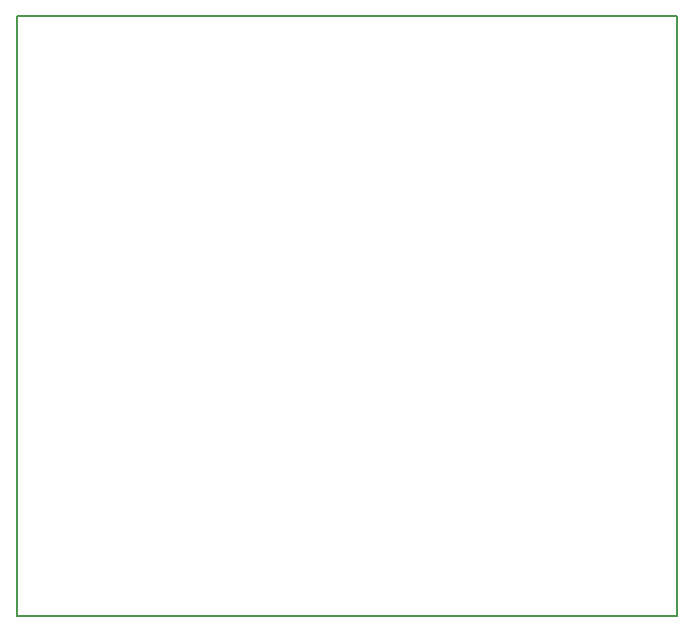
<source format=gko>
G04 #@! TF.GenerationSoftware,KiCad,Pcbnew,5.0.2+dfsg1-1*
G04 #@! TF.CreationDate,2019-07-29T21:32:42+02:00*
G04 #@! TF.ProjectId,Stack-Pointer,53746163-6b2d-4506-9f69-6e7465722e6b,rev?*
G04 #@! TF.SameCoordinates,Original*
G04 #@! TF.FileFunction,Profile,NP*
%FSLAX46Y46*%
G04 Gerber Fmt 4.6, Leading zero omitted, Abs format (unit mm)*
G04 Created by KiCad (PCBNEW 5.0.2+dfsg1-1) date ma 29 jul 2019 21:32:42 CEST*
%MOMM*%
%LPD*%
G01*
G04 APERTURE LIST*
%ADD10C,0.150000*%
G04 APERTURE END LIST*
D10*
X48260000Y-22225000D02*
X48260000Y-73025000D01*
X104140000Y-73025000D02*
X48260000Y-73025000D01*
X104140000Y-22225000D02*
X104140000Y-73025000D01*
X48260000Y-22225000D02*
X104140000Y-22225000D01*
M02*

</source>
